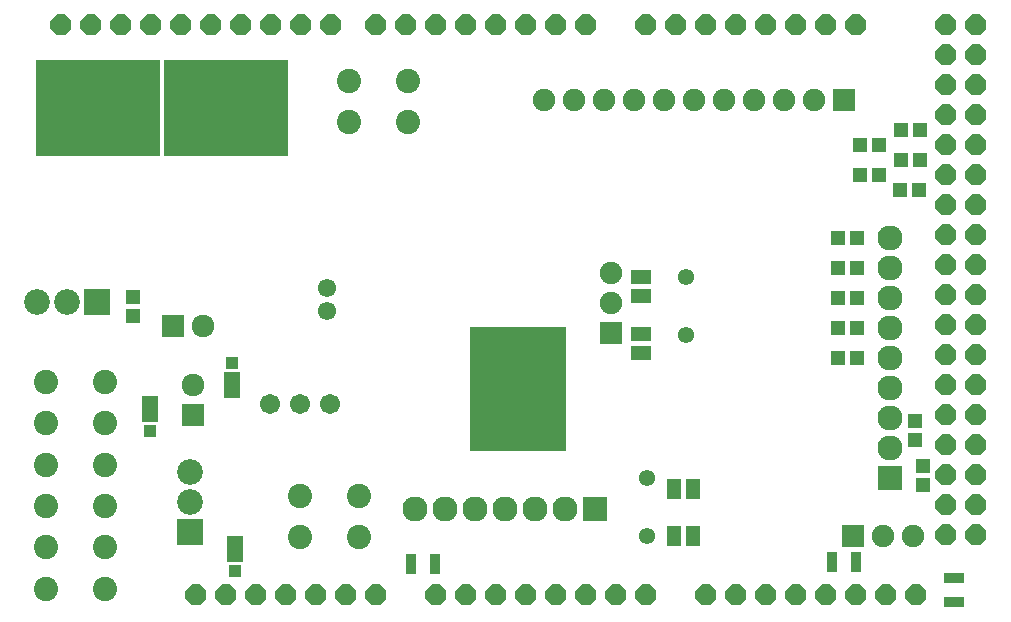
<source format=gbr>
G04 EasyPC Gerber Version 21.0.3 Build 4286 *
G04 #@! TF.Part,Single*
G04 #@! TF.FileFunction,Soldermask,Bot *
G04 #@! TF.FilePolarity,Negative *
%FSLAX35Y35*%
%MOIN*%
G04 #@! TA.AperFunction,SMDPad*
%ADD101R,0.03441X0.06787*%
%ADD90R,0.04543X0.04937*%
%ADD94R,0.05016X0.06787*%
%ADD103R,0.05331X0.08874*%
%ADD100R,0.32496X0.41354*%
%ADD104R,0.04150X0.04150*%
G04 #@! TA.AperFunction,ComponentPad*
%ADD86R,0.07496X0.07496*%
%ADD88R,0.07575X0.07575*%
%ADD84R,0.08382X0.08382*%
%ADD95R,0.08559X0.08559*%
%ADD99C,0.02600*%
%ADD92C,0.05449*%
%ADD98C,0.06118*%
%ADD97C,0.06748*%
G04 #@! TA.AperFunction,SMDPad*
%ADD105R,0.06787X0.03441*%
G04 #@! TA.AperFunction,ComponentPad*
%ADD87C,0.07496*%
G04 #@! TA.AperFunction,SMDPad*
%ADD91R,0.04937X0.04543*%
%ADD93R,0.06787X0.05016*%
G04 #@! TA.AperFunction,ComponentPad*
%ADD89C,0.07575*%
%ADD106C,0.08087*%
%ADD85C,0.08382*%
%ADD96C,0.08559*%
%AMT83*0 Octagon Pad at angle 0*4,1,8,-0.01449,-0.03500,0.01449,-0.03500,0.03500,-0.01449,0.03500,0.01449,0.01449,0.03500,-0.01449,0.03500,-0.03500,0.01449,-0.03500,-0.01449,-0.01449,-0.03500,0*%
%ADD83T83*%
G04 #@! TA.AperFunction,SMDPad*
%ADD102R,0.41354X0.32496*%
X0Y0D02*
D02*
D83*
X29159Y201812D03*
X39159D03*
X49159D03*
X59159D03*
X69159D03*
X74159Y11812D03*
X79159Y201812D03*
X84159Y11812D03*
X89159Y201812D03*
X94159Y11812D03*
X99159Y201812D03*
X104159Y11812D03*
X109159Y201812D03*
X114159Y11812D03*
X119159Y201812D03*
X124159Y11812D03*
X134159D03*
Y201812D03*
X144159D03*
X154159Y11812D03*
Y201812D03*
X164159Y11812D03*
Y201812D03*
X174159Y11812D03*
Y201812D03*
X184159Y11812D03*
Y201812D03*
X194159Y11812D03*
Y201812D03*
X204159Y11812D03*
Y201812D03*
X214159Y11812D03*
X224159D03*
Y201812D03*
X234159D03*
X244159Y11812D03*
Y201812D03*
X254159Y11812D03*
Y201812D03*
X264159Y11812D03*
Y201812D03*
X274159Y11812D03*
Y201812D03*
X284159Y11812D03*
Y201812D03*
X294159Y11812D03*
Y201812D03*
X304159Y11812D03*
X314159D03*
X324159Y31812D03*
Y41812D03*
Y51812D03*
Y61812D03*
Y71812D03*
Y81812D03*
Y91812D03*
Y101812D03*
Y111812D03*
Y121812D03*
Y131812D03*
Y141812D03*
Y151812D03*
Y161812D03*
Y171812D03*
Y181812D03*
Y191812D03*
Y201812D03*
X334159Y31812D03*
Y41812D03*
Y51812D03*
Y61812D03*
Y71812D03*
Y81812D03*
Y91812D03*
Y101812D03*
Y111812D03*
Y121812D03*
Y131812D03*
Y141812D03*
Y151812D03*
Y161812D03*
Y171812D03*
Y181812D03*
Y191812D03*
Y201812D03*
D02*
D84*
X207132Y40763D03*
X305543Y50812D03*
D02*
D85*
X147132Y40763D03*
X157132D03*
X167132D03*
X177132D03*
X187132D03*
X197132D03*
X305543Y60812D03*
Y70812D03*
Y80812D03*
Y90812D03*
Y100812D03*
Y110812D03*
Y120812D03*
Y130812D03*
D02*
D86*
X212543Y99312D03*
X290043Y176812D03*
X293043Y31562D03*
D02*
D87*
X190043Y176812D03*
X200043D03*
X210043D03*
X212543Y109312D03*
Y119312D03*
X220043Y176812D03*
X230043D03*
X240043D03*
X250043D03*
X260043D03*
X270043D03*
X280043D03*
X303043Y31562D03*
X313043D03*
D02*
D88*
X66581Y101707D03*
X72959Y71944D03*
D02*
D89*
Y81944D03*
X76581Y101707D03*
D02*
D90*
X288144Y90812D03*
Y100812D03*
Y110812D03*
Y120812D03*
Y130812D03*
X294443Y90812D03*
Y100812D03*
Y110812D03*
Y120812D03*
Y130812D03*
X295307Y151850D03*
X295394Y161850D03*
X301606Y151850D03*
X301693Y161850D03*
X308807Y146850D03*
X309057Y156850D03*
Y166850D03*
X315106Y146850D03*
X315356Y156850D03*
Y166850D03*
D02*
D91*
X53116Y104936D03*
Y111235D03*
X313793Y63662D03*
Y69961D03*
X316543Y48662D03*
Y54961D03*
D02*
D92*
X224293Y31706D03*
Y50918D03*
X237543Y98706D03*
Y117918D03*
D02*
D93*
X222293Y92662D03*
Y98961D03*
Y111662D03*
Y117961D03*
D02*
D94*
X233394Y31562D03*
X233510Y47377D03*
X239693Y31562D03*
X239809Y47377D03*
D02*
D95*
X41069Y109739D03*
X72250Y32967D03*
D02*
D96*
X21069Y109739D03*
X31069D03*
X72250Y42967D03*
Y52967D03*
D02*
D97*
X98707Y75487D03*
X108707D03*
X118707D03*
D02*
D98*
X117604Y106511D03*
Y114385D03*
D02*
D99*
X26305Y165054D03*
Y170054D03*
Y175054D03*
Y180054D03*
Y185054D03*
X31305Y165054D03*
Y170054D03*
Y175054D03*
Y180054D03*
Y185054D03*
X36305Y165054D03*
Y170054D03*
Y175054D03*
Y180054D03*
Y185054D03*
X41305Y165054D03*
Y170054D03*
Y175054D03*
Y180054D03*
Y185054D03*
X46305Y165054D03*
Y170054D03*
Y175054D03*
Y180054D03*
Y185054D03*
X51305Y165054D03*
Y170054D03*
Y175054D03*
Y180054D03*
Y185054D03*
X56305Y165054D03*
Y170054D03*
Y175054D03*
Y180054D03*
Y185054D03*
X69061Y165054D03*
Y170054D03*
Y175054D03*
Y180054D03*
Y185054D03*
X74061Y165054D03*
Y170054D03*
Y175054D03*
Y180054D03*
Y185054D03*
X79061Y165054D03*
Y170054D03*
Y175054D03*
Y180054D03*
Y185054D03*
X84061Y165054D03*
Y170054D03*
Y175054D03*
Y180054D03*
Y185054D03*
X89061Y165054D03*
Y170054D03*
Y175054D03*
Y180054D03*
Y185054D03*
X94061Y165054D03*
Y170054D03*
Y175054D03*
Y180054D03*
Y185054D03*
X99061Y165054D03*
Y170054D03*
Y175054D03*
Y180054D03*
Y185054D03*
X171974Y65684D03*
Y70684D03*
Y75684D03*
Y80684D03*
Y85684D03*
Y90684D03*
Y95684D03*
X176974Y65684D03*
Y70684D03*
Y75684D03*
Y80684D03*
Y85684D03*
Y90684D03*
Y95684D03*
X181974Y65684D03*
Y70684D03*
Y75684D03*
Y80684D03*
Y85684D03*
Y90684D03*
Y95684D03*
X186974Y65684D03*
Y70684D03*
Y75684D03*
Y80684D03*
Y85684D03*
Y90684D03*
Y95684D03*
X191974Y65684D03*
Y70684D03*
Y75684D03*
Y80684D03*
Y85684D03*
Y90684D03*
Y95684D03*
D02*
D100*
X181345Y80684D03*
D02*
D101*
X145911Y22456D03*
X153785D03*
X286106Y22812D03*
X293980D03*
D02*
D102*
X41305Y174424D03*
X84061D03*
D02*
D103*
X58785Y74030D03*
X85951Y81904D03*
X87250Y27377D03*
D02*
D104*
X58785Y66550D03*
X85951Y89385D03*
X87250Y19896D03*
D02*
D105*
X326793Y9625D03*
Y17499D03*
D02*
D106*
X24167Y14113D03*
Y27893D03*
Y41672D03*
Y55452D03*
Y69231D03*
Y83011D03*
X43852Y14113D03*
Y27893D03*
Y41672D03*
Y55452D03*
Y69231D03*
Y83011D03*
X108648Y31255D03*
Y45034D03*
X125128Y169639D03*
Y183418D03*
X128333Y31255D03*
Y45034D03*
X144813Y169639D03*
Y183418D03*
X0Y0D02*
M02*

</source>
